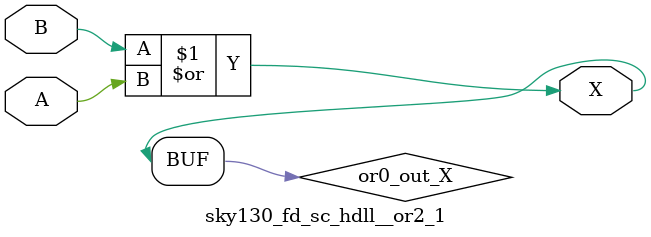
<source format=v>
/*
 * Copyright 2020 The SkyWater PDK Authors
 *
 * Licensed under the Apache License, Version 2.0 (the "License");
 * you may not use this file except in compliance with the License.
 * You may obtain a copy of the License at
 *
 *     https://www.apache.org/licenses/LICENSE-2.0
 *
 * Unless required by applicable law or agreed to in writing, software
 * distributed under the License is distributed on an "AS IS" BASIS,
 * WITHOUT WARRANTIES OR CONDITIONS OF ANY KIND, either express or implied.
 * See the License for the specific language governing permissions and
 * limitations under the License.
 *
 * SPDX-License-Identifier: Apache-2.0
*/


`ifndef SKY130_FD_SC_HDLL__OR2_1_FUNCTIONAL_V
`define SKY130_FD_SC_HDLL__OR2_1_FUNCTIONAL_V

/**
 * or2: 2-input OR.
 *
 * Verilog simulation functional model.
 */

`timescale 1ns / 1ps
`default_nettype none

`celldefine
module sky130_fd_sc_hdll__or2_1 (
    X,
    A,
    B
);

    // Module ports
    output X;
    input  A;
    input  B;

    // Local signals
    wire or0_out_X;

    //  Name  Output     Other arguments
    or  or0  (or0_out_X, B, A           );
    buf buf0 (X        , or0_out_X      );

endmodule
`endcelldefine

`default_nettype wire
`endif  // SKY130_FD_SC_HDLL__OR2_1_FUNCTIONAL_V

</source>
